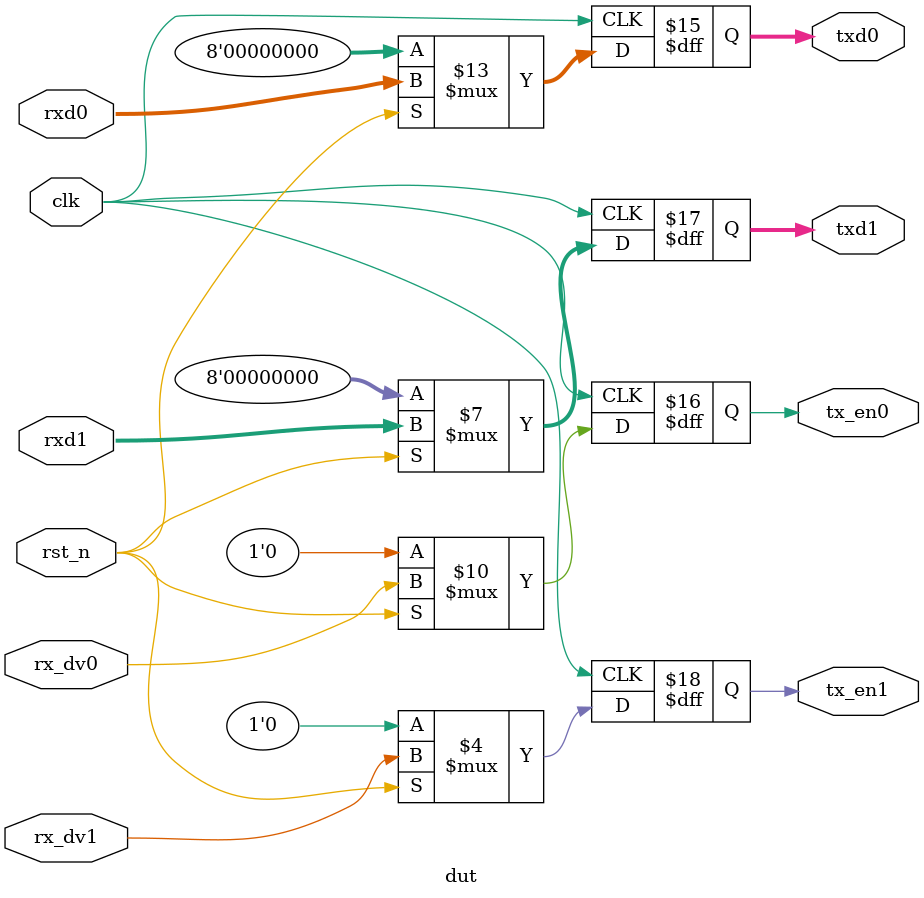
<source format=sv>

module dut( //two-port
    clk, rst_n, 
    rxd0, rx_dv0, txd0, tx_en0,
    rxd1, rx_dv1, txd1, tx_en1
);

    input clk;
    input rst_n;
    input[7:0] rxd0;
    input rx_dv0;
    input[7:0] rxd1;
    input rx_dv1;
    output [7:0] txd0;
    output tx_en0;
    output [7:0] txd1;
    output tx_en1;

    reg[7:0] txd0;
    reg tx_en0;
    reg[7:0] txd1;
    reg tx_en1;

    always @(posedge clk) begin
        if(!rst_n) begin
            txd0 <= 8'b0;
            tx_en0 <= 1'b0;
            txd1 <= 8'b0;
            tx_en1 <= 1'b0;
        end
        else begin
            txd0 <= rxd0;
            tx_en0 <= rx_dv0;
            txd1 <= rxd1;
            tx_en1 <= rx_dv1;
        end
    end

endmodule
</source>
